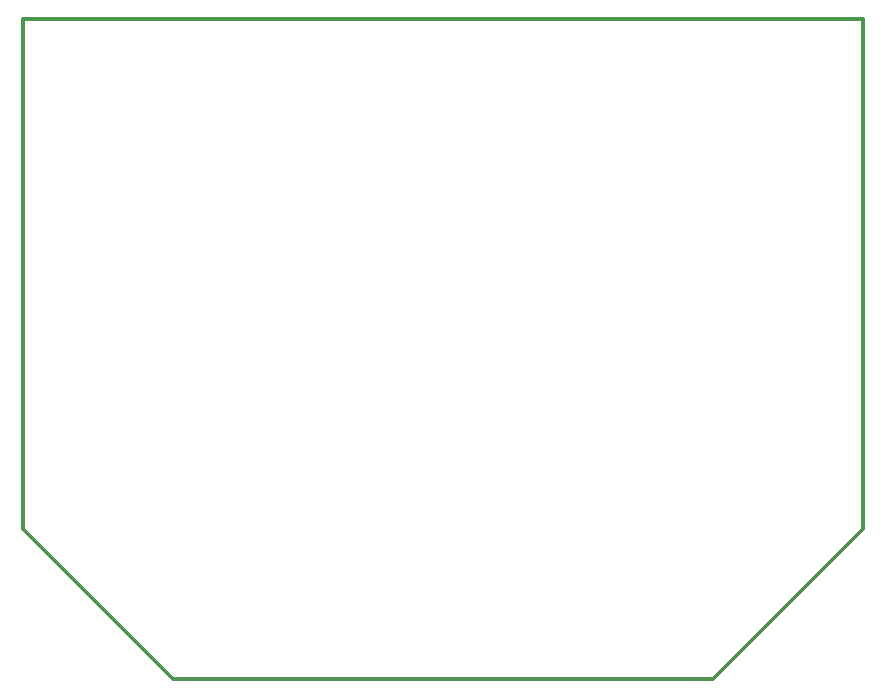
<source format=gm1>
G04 Layer_Color=16711935*
%FSLAX25Y25*%
%MOIN*%
G70*
G01*
G75*
%ADD28C,0.01181*%
G54D28*
X-60000Y210000D02*
X220000D01*
Y40000D02*
Y210000D01*
X170000Y-10000D02*
X220000Y40000D01*
X160000Y-10000D02*
X170000D01*
X-10000D02*
X160000D01*
X-60000Y40000D02*
X-10000Y-10000D01*
X-60000Y40000D02*
Y210000D01*
M02*

</source>
